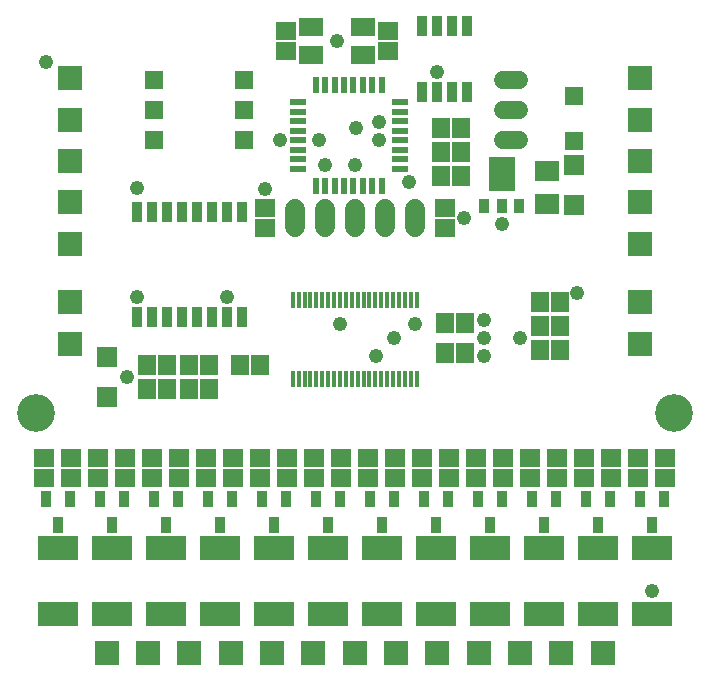
<source format=gbr>
G04 EAGLE Gerber RS-274X export*
G75*
%MOMM*%
%FSLAX34Y34*%
%LPD*%
%INSoldermask Top*%
%IPPOS*%
%AMOC8*
5,1,8,0,0,1.08239X$1,22.5*%
G01*
%ADD10C,3.203200*%
%ADD11R,0.453200X1.453200*%
%ADD12R,0.914400X1.727200*%
%ADD13R,1.503200X1.703200*%
%ADD14R,0.903200X1.303200*%
%ADD15R,2.203200X3.003200*%
%ADD16R,0.900000X1.300000*%
%ADD17R,1.603200X1.603200*%
%ADD18R,1.803200X1.803200*%
%ADD19R,1.511200X1.511200*%
%ADD20R,1.403200X0.603200*%
%ADD21R,0.603200X1.403200*%
%ADD22C,1.727200*%
%ADD23R,1.703200X1.503200*%
%ADD24R,2.103200X1.603200*%
%ADD25R,0.838200X1.473200*%
%ADD26R,3.403200X2.003200*%
%ADD27R,2.003200X2.003200*%
%ADD28C,1.524000*%
%ADD29R,2.003200X1.803200*%
%ADD30R,2.153200X2.153200*%
%ADD31C,1.209600*%


D10*
X34798Y241300D03*
X574802Y241300D03*
D11*
X252300Y269780D03*
X257300Y269780D03*
X262300Y269780D03*
X267300Y269780D03*
X272300Y269780D03*
X277300Y269780D03*
X282300Y269780D03*
X287300Y269780D03*
X292300Y269780D03*
X297300Y269780D03*
X302300Y269780D03*
X307300Y269780D03*
X312300Y269780D03*
X317300Y269780D03*
X322300Y269780D03*
X327300Y269780D03*
X332300Y269780D03*
X337300Y269780D03*
X342300Y269780D03*
X347300Y269780D03*
X352300Y269780D03*
X357300Y269780D03*
X357300Y337280D03*
X352300Y337280D03*
X347300Y337280D03*
X342300Y337280D03*
X337300Y337280D03*
X332300Y337280D03*
X327300Y337280D03*
X322300Y337280D03*
X317300Y337280D03*
X312300Y337280D03*
X307300Y337280D03*
X302300Y337280D03*
X297300Y337280D03*
X292300Y337280D03*
X287300Y337280D03*
X282300Y337280D03*
X277300Y337280D03*
X272300Y337280D03*
X267300Y337280D03*
X262300Y337280D03*
X257300Y337280D03*
X252300Y337280D03*
D12*
X209550Y411480D03*
X196850Y411480D03*
X184150Y411480D03*
X171450Y411480D03*
X158750Y411480D03*
X146050Y411480D03*
X133350Y411480D03*
X120650Y411480D03*
X120650Y322580D03*
X133350Y322580D03*
X146050Y322580D03*
X158750Y322580D03*
X171450Y322580D03*
X184150Y322580D03*
X196850Y322580D03*
X209550Y322580D03*
D13*
X181220Y261620D03*
X164220Y261620D03*
X381390Y317500D03*
X398390Y317500D03*
D14*
X444260Y416840D03*
X414260Y416840D03*
D15*
X429260Y443340D03*
D16*
X429260Y416840D03*
D13*
X377580Y441960D03*
X394580Y441960D03*
D17*
X490220Y471220D03*
X490220Y509220D03*
D18*
X490220Y451340D03*
X490220Y417340D03*
D13*
X224400Y281940D03*
X207400Y281940D03*
X381390Y292100D03*
X398390Y292100D03*
X478400Y294640D03*
X461400Y294640D03*
X478400Y335280D03*
X461400Y335280D03*
D19*
X134620Y523240D03*
X210820Y472440D03*
X134620Y472440D03*
X210820Y523240D03*
X210820Y497840D03*
X134620Y497840D03*
D12*
X361950Y513080D03*
X374650Y513080D03*
X387350Y513080D03*
X400050Y513080D03*
X400050Y568960D03*
X387350Y568960D03*
X374650Y568960D03*
X361950Y568960D03*
D20*
X342720Y472250D03*
X342720Y464250D03*
X342720Y456250D03*
X342720Y448250D03*
X342720Y480250D03*
X342720Y488250D03*
X342720Y496250D03*
X342720Y504250D03*
X256720Y472250D03*
X256720Y464250D03*
X256720Y456250D03*
X256720Y448250D03*
X256720Y480250D03*
X256720Y488250D03*
X256720Y496250D03*
X256720Y504250D03*
D21*
X303720Y433250D03*
X311720Y433250D03*
X319720Y433250D03*
X327720Y433250D03*
X295720Y433250D03*
X287720Y433250D03*
X279720Y433250D03*
X271720Y433250D03*
X303720Y519250D03*
X311720Y519250D03*
X319720Y519250D03*
X327720Y519250D03*
X295720Y519250D03*
X287720Y519250D03*
X279720Y519250D03*
X271720Y519250D03*
D22*
X254000Y414020D02*
X254000Y398780D01*
X279400Y398780D02*
X279400Y414020D01*
X304800Y414020D02*
X304800Y398780D01*
X330200Y398780D02*
X330200Y414020D01*
X355600Y414020D02*
X355600Y398780D01*
D23*
X381000Y397900D03*
X381000Y414900D03*
D13*
X377580Y482600D03*
X394580Y482600D03*
X164220Y281940D03*
X181220Y281940D03*
X145660Y261620D03*
X128660Y261620D03*
D24*
X267560Y544260D03*
X311560Y544260D03*
X311560Y568260D03*
X267560Y568260D03*
D23*
X332740Y564760D03*
X332740Y547760D03*
X246380Y547760D03*
X246380Y564760D03*
D25*
X63340Y168480D03*
X53340Y146480D03*
X43340Y168480D03*
D23*
X64770Y185810D03*
X64770Y202810D03*
X41910Y185810D03*
X41910Y202810D03*
D26*
X53340Y71060D03*
X53340Y127060D03*
D23*
X87630Y185810D03*
X87630Y202810D03*
D25*
X109060Y168480D03*
X99060Y146480D03*
X89060Y168480D03*
D23*
X110490Y185810D03*
X110490Y202810D03*
D26*
X99060Y71060D03*
X99060Y127060D03*
D23*
X133350Y185810D03*
X133350Y202810D03*
D18*
X95250Y288780D03*
X95250Y254780D03*
D23*
X179070Y185810D03*
X179070Y202810D03*
X201930Y185810D03*
X201930Y202810D03*
X224790Y185810D03*
X224790Y202810D03*
X247650Y185810D03*
X247650Y202810D03*
X270510Y185810D03*
X270510Y202810D03*
X293370Y185810D03*
X293370Y202810D03*
X316230Y185810D03*
X316230Y202810D03*
X339090Y185810D03*
X339090Y202810D03*
X361950Y185810D03*
X361950Y202810D03*
X384810Y185810D03*
X384810Y202810D03*
D25*
X154780Y168480D03*
X144780Y146480D03*
X134780Y168480D03*
X200500Y168480D03*
X190500Y146480D03*
X180500Y168480D03*
D23*
X156210Y185810D03*
X156210Y202810D03*
D25*
X246220Y168480D03*
X236220Y146480D03*
X226220Y168480D03*
X291940Y168480D03*
X281940Y146480D03*
X271940Y168480D03*
X337660Y168480D03*
X327660Y146480D03*
X317660Y168480D03*
X383380Y168480D03*
X373380Y146480D03*
X363380Y168480D03*
D23*
X407670Y185810D03*
X407670Y202810D03*
X430530Y185810D03*
X430530Y202810D03*
X453390Y185810D03*
X453390Y202810D03*
X476250Y185810D03*
X476250Y202810D03*
X499110Y185810D03*
X499110Y202810D03*
X521970Y185810D03*
X521970Y202810D03*
X544830Y185810D03*
X544830Y202810D03*
D25*
X429100Y168480D03*
X419100Y146480D03*
X409100Y168480D03*
X474820Y168480D03*
X464820Y146480D03*
X454820Y168480D03*
X520540Y168480D03*
X510540Y146480D03*
X500540Y168480D03*
D23*
X567690Y185810D03*
X567690Y202810D03*
D25*
X566260Y168480D03*
X556260Y146480D03*
X546260Y168480D03*
D26*
X144780Y71060D03*
X144780Y127060D03*
X190500Y71060D03*
X190500Y127060D03*
X236220Y71060D03*
X236220Y127060D03*
X281940Y71060D03*
X281940Y127060D03*
X327660Y71060D03*
X327660Y127060D03*
X373380Y71060D03*
X373380Y127060D03*
X419100Y71060D03*
X419100Y127060D03*
X464820Y71060D03*
X464820Y127060D03*
X510540Y71060D03*
X510540Y127060D03*
X556260Y71060D03*
X556260Y127060D03*
D27*
X94800Y38100D03*
X129800Y38100D03*
X164800Y38100D03*
X199800Y38100D03*
X234800Y38100D03*
X269800Y38100D03*
X304800Y38100D03*
X339800Y38100D03*
X374800Y38100D03*
X409800Y38100D03*
X444800Y38100D03*
X479800Y38100D03*
X514800Y38100D03*
D28*
X443484Y523240D02*
X430276Y523240D01*
X430276Y497840D02*
X443484Y497840D01*
X443484Y472440D02*
X430276Y472440D01*
D13*
X394580Y462280D03*
X377580Y462280D03*
X478400Y314960D03*
X461400Y314960D03*
X145660Y281940D03*
X128660Y281940D03*
D29*
X467360Y417800D03*
X467360Y445800D03*
D23*
X228600Y397900D03*
X228600Y414900D03*
D30*
X63500Y384660D03*
X63500Y419660D03*
X63500Y454660D03*
X63500Y489660D03*
X63500Y524660D03*
X546100Y524660D03*
X546100Y489660D03*
X546100Y454660D03*
X546100Y419660D03*
X546100Y384660D03*
X546100Y335000D03*
X546100Y300000D03*
X63500Y300000D03*
X63500Y335000D03*
D31*
X196926Y339090D03*
X292100Y316230D03*
X355600Y316230D03*
X120650Y339090D03*
X111760Y271780D03*
X556260Y90170D03*
X492760Y342900D03*
X414020Y320040D03*
X414020Y289560D03*
X120650Y431800D03*
X241300Y472440D03*
X325120Y487680D03*
X374650Y529590D03*
X397510Y406400D03*
X289560Y556260D03*
X429260Y401320D03*
X274320Y472440D03*
X228600Y430530D03*
X325120Y472440D03*
X350520Y436880D03*
X414020Y304800D03*
X444500Y304800D03*
X337820Y304800D03*
X322580Y289560D03*
X43180Y538480D03*
X279400Y450850D03*
X304800Y450850D03*
X306070Y482600D03*
M02*

</source>
